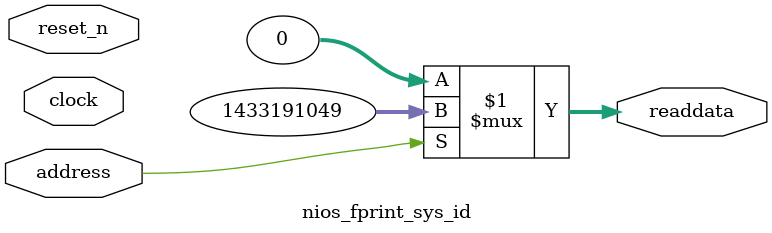
<source format=v>

`timescale 1ns / 1ps
// synthesis translate_on

// turn off superfluous verilog processor warnings 
// altera message_level Level1 
// altera message_off 10034 10035 10036 10037 10230 10240 10030 

module nios_fprint_sys_id (
               // inputs:
                address,
                clock,
                reset_n,

               // outputs:
                readdata
             )
;

  output  [ 31: 0] readdata;
  input            address;
  input            clock;
  input            reset_n;

  wire    [ 31: 0] readdata;
  //control_slave, which is an e_avalon_slave
  assign readdata = address ? 1433191049 : 0;

endmodule




</source>
